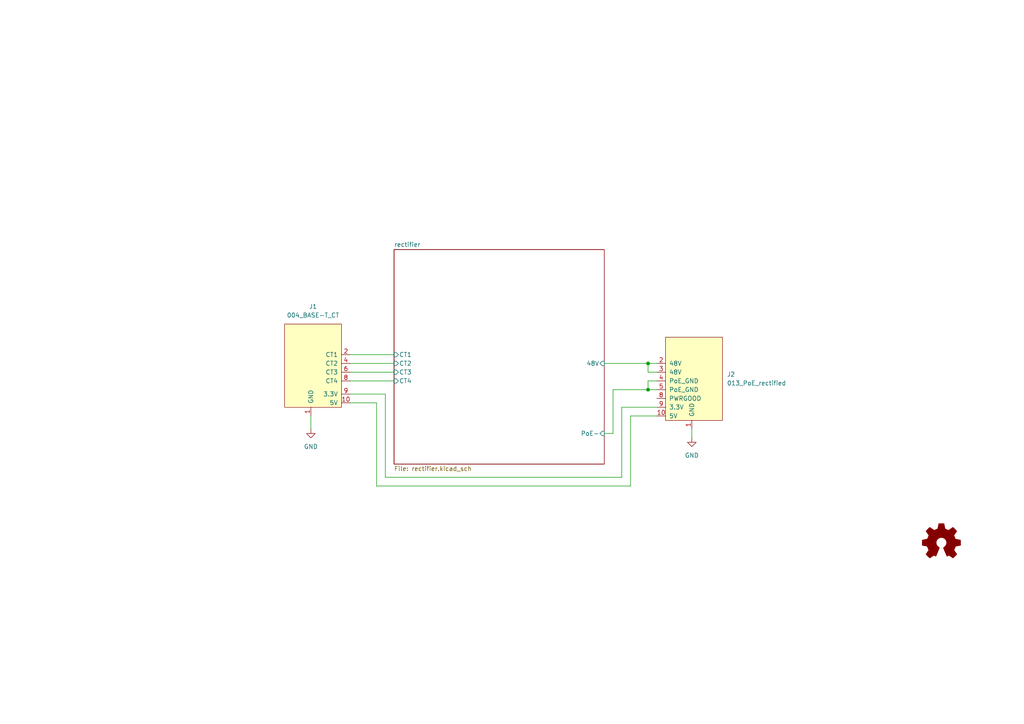
<source format=kicad_sch>
(kicad_sch (version 20230121) (generator eeschema)

  (uuid 57732dd3-1162-4c3f-88bd-31bf473d124d)

  (paper "A4")

  (lib_symbols
    (symbol "Graphic:Logo_Open_Hardware_Small" (in_bom no) (on_board no)
      (property "Reference" "#SYM" (at 0 6.985 0)
        (effects (font (size 1.27 1.27)) hide)
      )
      (property "Value" "Logo_Open_Hardware_Small" (at 0 -5.715 0)
        (effects (font (size 1.27 1.27)) hide)
      )
      (property "Footprint" "" (at 0 0 0)
        (effects (font (size 1.27 1.27)) hide)
      )
      (property "Datasheet" "~" (at 0 0 0)
        (effects (font (size 1.27 1.27)) hide)
      )
      (property "Sim.Enable" "0" (at 0 0 0)
        (effects (font (size 1.27 1.27)) hide)
      )
      (property "ki_keywords" "Logo" (at 0 0 0)
        (effects (font (size 1.27 1.27)) hide)
      )
      (property "ki_description" "Open Hardware logo, small" (at 0 0 0)
        (effects (font (size 1.27 1.27)) hide)
      )
      (symbol "Logo_Open_Hardware_Small_0_1"
        (polyline
          (pts
            (xy 3.3528 -4.3434)
            (xy 3.302 -4.318)
            (xy 3.175 -4.2418)
            (xy 2.9972 -4.1148)
            (xy 2.7686 -3.9624)
            (xy 2.54 -3.81)
            (xy 2.3622 -3.7084)
            (xy 2.2352 -3.6068)
            (xy 2.1844 -3.5814)
            (xy 2.159 -3.6068)
            (xy 2.0574 -3.6576)
            (xy 1.905 -3.7338)
            (xy 1.8034 -3.7846)
            (xy 1.6764 -3.8354)
            (xy 1.6002 -3.8354)
            (xy 1.6002 -3.8354)
            (xy 1.5494 -3.7338)
            (xy 1.4732 -3.5306)
            (xy 1.3462 -3.302)
            (xy 1.2446 -3.0226)
            (xy 1.1176 -2.7178)
            (xy 0.9652 -2.413)
            (xy 0.8636 -2.1082)
            (xy 0.7366 -1.8288)
            (xy 0.6604 -1.6256)
            (xy 0.6096 -1.4732)
            (xy 0.5842 -1.397)
            (xy 0.5842 -1.397)
            (xy 0.6604 -1.3208)
            (xy 0.7874 -1.2446)
            (xy 1.0414 -1.016)
            (xy 1.2954 -0.6858)
            (xy 1.4478 -0.3302)
            (xy 1.524 0.0762)
            (xy 1.4732 0.4572)
            (xy 1.3208 0.8128)
            (xy 1.0668 1.143)
            (xy 0.762 1.3716)
            (xy 0.4064 1.524)
            (xy 0 1.5748)
            (xy -0.381 1.5494)
            (xy -0.7366 1.397)
            (xy -1.0668 1.143)
            (xy -1.2192 0.9906)
            (xy -1.397 0.6604)
            (xy -1.524 0.3048)
            (xy -1.524 0.2286)
            (xy -1.4986 -0.1778)
            (xy -1.397 -0.5334)
            (xy -1.1938 -0.8636)
            (xy -0.9144 -1.143)
            (xy -0.8636 -1.1684)
            (xy -0.7366 -1.27)
            (xy -0.635 -1.3462)
            (xy -0.5842 -1.397)
            (xy -1.0668 -2.5908)
            (xy -1.143 -2.794)
            (xy -1.2954 -3.1242)
            (xy -1.397 -3.4036)
            (xy -1.4986 -3.6322)
            (xy -1.5748 -3.7846)
            (xy -1.6002 -3.8354)
            (xy -1.6002 -3.8354)
            (xy -1.651 -3.8354)
            (xy -1.7272 -3.81)
            (xy -1.905 -3.7338)
            (xy -2.0066 -3.683)
            (xy -2.1336 -3.6068)
            (xy -2.2098 -3.5814)
            (xy -2.2606 -3.6068)
            (xy -2.3622 -3.683)
            (xy -2.54 -3.81)
            (xy -2.7686 -3.9624)
            (xy -2.9718 -4.0894)
            (xy -3.1496 -4.2164)
            (xy -3.302 -4.318)
            (xy -3.3528 -4.3434)
            (xy -3.3782 -4.3434)
            (xy -3.429 -4.318)
            (xy -3.5306 -4.2164)
            (xy -3.7084 -4.064)
            (xy -3.937 -3.8354)
            (xy -3.9624 -3.81)
            (xy -4.1656 -3.6068)
            (xy -4.318 -3.4544)
            (xy -4.4196 -3.3274)
            (xy -4.445 -3.2766)
            (xy -4.445 -3.2766)
            (xy -4.4196 -3.2258)
            (xy -4.318 -3.0734)
            (xy -4.2164 -2.8956)
            (xy -4.064 -2.667)
            (xy -3.6576 -2.0828)
            (xy -3.8862 -1.5494)
            (xy -3.937 -1.3716)
            (xy -4.0386 -1.1684)
            (xy -4.0894 -1.0414)
            (xy -4.1148 -0.9652)
            (xy -4.191 -0.9398)
            (xy -4.318 -0.9144)
            (xy -4.5466 -0.8636)
            (xy -4.8006 -0.8128)
            (xy -5.0546 -0.7874)
            (xy -5.2578 -0.7366)
            (xy -5.4356 -0.7112)
            (xy -5.5118 -0.6858)
            (xy -5.5118 -0.6858)
            (xy -5.5372 -0.635)
            (xy -5.5372 -0.5588)
            (xy -5.5372 -0.4318)
            (xy -5.5626 -0.2286)
            (xy -5.5626 0.0762)
            (xy -5.5626 0.127)
            (xy -5.5372 0.4064)
            (xy -5.5372 0.635)
            (xy -5.5372 0.762)
            (xy -5.5372 0.8382)
            (xy -5.5372 0.8382)
            (xy -5.461 0.8382)
            (xy -5.3086 0.889)
            (xy -5.08 0.9144)
            (xy -4.826 0.9652)
            (xy -4.8006 0.9906)
            (xy -4.5466 1.0414)
            (xy -4.318 1.0668)
            (xy -4.1656 1.1176)
            (xy -4.0894 1.143)
            (xy -4.0894 1.143)
            (xy -4.0386 1.2446)
            (xy -3.9624 1.4224)
            (xy -3.8608 1.6256)
            (xy -3.7846 1.8288)
            (xy -3.7084 2.0066)
            (xy -3.6576 2.159)
            (xy -3.6322 2.2098)
            (xy -3.6322 2.2098)
            (xy -3.683 2.286)
            (xy -3.7592 2.413)
            (xy -3.8862 2.5908)
            (xy -4.064 2.8194)
            (xy -4.064 2.8448)
            (xy -4.2164 3.0734)
            (xy -4.3434 3.2512)
            (xy -4.4196 3.3782)
            (xy -4.445 3.4544)
            (xy -4.445 3.4544)
            (xy -4.3942 3.5052)
            (xy -4.2926 3.6322)
            (xy -4.1148 3.81)
            (xy -3.937 4.0132)
            (xy -3.8608 4.064)
            (xy -3.6576 4.2926)
            (xy -3.5052 4.4196)
            (xy -3.4036 4.4958)
            (xy -3.3528 4.5212)
            (xy -3.3528 4.5212)
            (xy -3.302 4.4704)
            (xy -3.1496 4.3688)
            (xy -2.9718 4.2418)
            (xy -2.7432 4.0894)
            (xy -2.7178 4.0894)
            (xy -2.4892 3.937)
            (xy -2.3114 3.81)
            (xy -2.1844 3.7084)
            (xy -2.1336 3.683)
            (xy -2.1082 3.683)
            (xy -2.032 3.7084)
            (xy -1.8542 3.7592)
            (xy -1.6764 3.8354)
            (xy -1.4732 3.937)
            (xy -1.27 4.0132)
            (xy -1.143 4.064)
            (xy -1.0668 4.1148)
            (xy -1.0668 4.1148)
            (xy -1.0414 4.191)
            (xy -1.016 4.3434)
            (xy -0.9652 4.572)
            (xy -0.9144 4.8514)
            (xy -0.889 4.9022)
            (xy -0.8382 5.1562)
            (xy -0.8128 5.3848)
            (xy -0.7874 5.5372)
            (xy -0.762 5.588)
            (xy -0.7112 5.6134)
            (xy -0.5842 5.6134)
            (xy -0.4064 5.6134)
            (xy -0.1524 5.6134)
            (xy 0.0762 5.6134)
            (xy 0.3302 5.6134)
            (xy 0.5334 5.6134)
            (xy 0.6858 5.588)
            (xy 0.7366 5.588)
            (xy 0.7366 5.588)
            (xy 0.762 5.5118)
            (xy 0.8128 5.334)
            (xy 0.8382 5.1054)
            (xy 0.9144 4.826)
            (xy 0.9144 4.7752)
            (xy 0.9652 4.5212)
            (xy 1.016 4.2926)
            (xy 1.0414 4.1402)
            (xy 1.0668 4.0894)
            (xy 1.0668 4.0894)
            (xy 1.1938 4.0386)
            (xy 1.3716 3.9624)
            (xy 1.5748 3.8608)
            (xy 2.0828 3.6576)
            (xy 2.7178 4.0894)
            (xy 2.7686 4.1402)
            (xy 2.9972 4.2926)
            (xy 3.175 4.4196)
            (xy 3.302 4.4958)
            (xy 3.3782 4.5212)
            (xy 3.3782 4.5212)
            (xy 3.429 4.4704)
            (xy 3.556 4.3434)
            (xy 3.7338 4.191)
            (xy 3.9116 3.9878)
            (xy 4.064 3.8354)
            (xy 4.2418 3.6576)
            (xy 4.3434 3.556)
            (xy 4.4196 3.4798)
            (xy 4.4196 3.429)
            (xy 4.4196 3.4036)
            (xy 4.3942 3.3274)
            (xy 4.2926 3.2004)
            (xy 4.1656 2.9972)
            (xy 4.0132 2.794)
            (xy 3.8862 2.5908)
            (xy 3.7592 2.3876)
            (xy 3.6576 2.2352)
            (xy 3.6322 2.159)
            (xy 3.6322 2.1336)
            (xy 3.683 2.0066)
            (xy 3.7592 1.8288)
            (xy 3.8608 1.6002)
            (xy 4.064 1.1176)
            (xy 4.3942 1.0414)
            (xy 4.5974 1.016)
            (xy 4.8768 0.9652)
            (xy 5.1308 0.9144)
            (xy 5.5372 0.8382)
            (xy 5.5626 -0.6604)
            (xy 5.4864 -0.6858)
            (xy 5.4356 -0.6858)
            (xy 5.2832 -0.7366)
            (xy 5.0546 -0.762)
            (xy 4.8006 -0.8128)
            (xy 4.5974 -0.8636)
            (xy 4.3688 -0.9144)
            (xy 4.2164 -0.9398)
            (xy 4.1402 -0.9398)
            (xy 4.1148 -0.9652)
            (xy 4.064 -1.0668)
            (xy 3.9878 -1.2446)
            (xy 3.9116 -1.4478)
            (xy 3.81 -1.651)
            (xy 3.7338 -1.8542)
            (xy 3.683 -2.0066)
            (xy 3.6576 -2.0828)
            (xy 3.683 -2.1336)
            (xy 3.7846 -2.2606)
            (xy 3.8862 -2.4638)
            (xy 4.0386 -2.667)
            (xy 4.191 -2.8956)
            (xy 4.318 -3.0734)
            (xy 4.3942 -3.2004)
            (xy 4.445 -3.2766)
            (xy 4.4196 -3.3274)
            (xy 4.3434 -3.429)
            (xy 4.1656 -3.5814)
            (xy 3.937 -3.8354)
            (xy 3.8862 -3.8608)
            (xy 3.683 -4.064)
            (xy 3.5306 -4.2164)
            (xy 3.4036 -4.318)
            (xy 3.3528 -4.3434)
          )
          (stroke (width 0) (type default))
          (fill (type outline))
        )
      )
    )
    (symbol "power:GND" (power) (pin_names (offset 0)) (in_bom yes) (on_board yes)
      (property "Reference" "#PWR" (at 0 -6.35 0)
        (effects (font (size 1.27 1.27)) hide)
      )
      (property "Value" "GND" (at 0 -3.81 0)
        (effects (font (size 1.27 1.27)))
      )
      (property "Footprint" "" (at 0 0 0)
        (effects (font (size 1.27 1.27)) hide)
      )
      (property "Datasheet" "" (at 0 0 0)
        (effects (font (size 1.27 1.27)) hide)
      )
      (property "ki_keywords" "global power" (at 0 0 0)
        (effects (font (size 1.27 1.27)) hide)
      )
      (property "ki_description" "Power symbol creates a global label with name \"GND\" , ground" (at 0 0 0)
        (effects (font (size 1.27 1.27)) hide)
      )
      (symbol "GND_0_1"
        (polyline
          (pts
            (xy 0 0)
            (xy 0 -1.27)
            (xy 1.27 -1.27)
            (xy 0 -2.54)
            (xy -1.27 -1.27)
            (xy 0 -1.27)
          )
          (stroke (width 0) (type default))
          (fill (type none))
        )
      )
      (symbol "GND_1_1"
        (pin power_in line (at 0 0 270) (length 0) hide
          (name "GND" (effects (font (size 1.27 1.27))))
          (number "1" (effects (font (size 1.27 1.27))))
        )
      )
    )
    (symbol "put_on_edge:004_BASE-T_CT" (pin_names (offset 1.016)) (in_bom yes) (on_board yes)
      (property "Reference" "J" (at -2.54 13.97 0)
        (effects (font (size 1.27 1.27)))
      )
      (property "Value" "004_BASE-T_CT" (at 8.89 13.97 0)
        (effects (font (size 1.27 1.27)))
      )
      (property "Footprint" "" (at 7.62 16.51 0)
        (effects (font (size 1.27 1.27)) hide)
      )
      (property "Datasheet" "" (at 7.62 16.51 0)
        (effects (font (size 1.27 1.27)) hide)
      )
      (symbol "004_BASE-T_CT_0_1"
        (rectangle (start -8.89 12.7) (end 7.62 -11.43)
          (stroke (width 0) (type default))
          (fill (type background))
        )
      )
      (symbol "004_BASE-T_CT_1_1"
        (pin power_in line (at 0 -13.97 90) (length 2.54)
          (name "GND" (effects (font (size 1.27 1.27))))
          (number "1" (effects (font (size 1.27 1.27))))
        )
        (pin power_in line (at -11.43 -10.16 0) (length 2.54)
          (name "5V" (effects (font (size 1.27 1.27))))
          (number "10" (effects (font (size 1.27 1.27))))
        )
        (pin bidirectional line (at -11.43 3.81 0) (length 2.54)
          (name "CT1" (effects (font (size 1.27 1.27))))
          (number "2" (effects (font (size 1.27 1.27))))
        )
        (pin bidirectional line (at -11.43 1.27 0) (length 2.54)
          (name "CT2" (effects (font (size 1.27 1.27))))
          (number "4" (effects (font (size 1.27 1.27))))
        )
        (pin bidirectional line (at -11.43 -1.27 0) (length 2.54)
          (name "CT3" (effects (font (size 1.27 1.27))))
          (number "6" (effects (font (size 1.27 1.27))))
        )
        (pin bidirectional line (at -11.43 -3.81 0) (length 2.54)
          (name "CT4" (effects (font (size 1.27 1.27))))
          (number "8" (effects (font (size 1.27 1.27))))
        )
        (pin power_in line (at -11.43 -7.62 0) (length 2.54)
          (name "3.3V" (effects (font (size 1.27 1.27))))
          (number "9" (effects (font (size 1.27 1.27))))
        )
      )
    )
    (symbol "put_on_edge:013_PoE_rectified" (pin_names (offset 1.016)) (in_bom yes) (on_board yes)
      (property "Reference" "J" (at -2.54 13.97 0)
        (effects (font (size 1.27 1.27)))
      )
      (property "Value" "013_PoE_rectified" (at 8.89 13.97 0)
        (effects (font (size 1.27 1.27)))
      )
      (property "Footprint" "" (at 7.62 16.51 0)
        (effects (font (size 1.27 1.27)) hide)
      )
      (property "Datasheet" "" (at 7.62 16.51 0)
        (effects (font (size 1.27 1.27)) hide)
      )
      (symbol "013_PoE_rectified_0_1"
        (rectangle (start -8.89 12.7) (end 7.62 -11.43)
          (stroke (width 0) (type default))
          (fill (type background))
        )
      )
      (symbol "013_PoE_rectified_1_1"
        (pin power_in line (at -1.27 -13.97 90) (length 2.54)
          (name "GND" (effects (font (size 1.27 1.27))))
          (number "1" (effects (font (size 1.27 1.27))))
        )
        (pin power_in line (at -11.43 -10.16 0) (length 2.54)
          (name "5V" (effects (font (size 1.27 1.27))))
          (number "10" (effects (font (size 1.27 1.27))))
        )
        (pin bidirectional line (at -11.43 5.08 0) (length 2.54)
          (name "48V" (effects (font (size 1.27 1.27))))
          (number "2" (effects (font (size 1.27 1.27))))
        )
        (pin bidirectional line (at -11.43 2.54 0) (length 2.54)
          (name "48V" (effects (font (size 1.27 1.27))))
          (number "3" (effects (font (size 1.27 1.27))))
        )
        (pin power_in line (at -11.43 0 0) (length 2.54)
          (name "PoE_GND" (effects (font (size 1.27 1.27))))
          (number "4" (effects (font (size 1.27 1.27))))
        )
        (pin power_in line (at -11.43 -2.54 0) (length 2.54)
          (name "PoE_GND" (effects (font (size 1.27 1.27))))
          (number "5" (effects (font (size 1.27 1.27))))
        )
        (pin bidirectional line (at -11.43 -5.08 0) (length 2.54)
          (name "PWRGOOD" (effects (font (size 1.27 1.27))))
          (number "8" (effects (font (size 1.27 1.27))))
        )
        (pin power_in line (at -11.43 -7.62 0) (length 2.54)
          (name "3.3V" (effects (font (size 1.27 1.27))))
          (number "9" (effects (font (size 1.27 1.27))))
        )
      )
    )
  )

  (junction (at 187.96 105.41) (diameter 0) (color 0 0 0 0)
    (uuid 1ae938a1-9014-41b8-9178-c004559dac66)
  )
  (junction (at 187.96 113.03) (diameter 0) (color 0 0 0 0)
    (uuid 4c7be189-c386-4f01-9934-8aa89f20dc87)
  )

  (wire (pts (xy 101.6 105.41) (xy 114.3 105.41))
    (stroke (width 0) (type default))
    (uuid 09f6717a-9b5c-4d1b-bfcb-af9e09c2ac3d)
  )
  (wire (pts (xy 90.17 120.65) (xy 90.17 124.46))
    (stroke (width 0) (type default))
    (uuid 0e94abb3-f622-4672-80ba-a76076e18ca6)
  )
  (wire (pts (xy 109.22 116.84) (xy 101.6 116.84))
    (stroke (width 0) (type default))
    (uuid 114f4fbf-5f2d-481c-aee5-f512eb3425c6)
  )
  (wire (pts (xy 101.6 110.49) (xy 114.3 110.49))
    (stroke (width 0) (type default))
    (uuid 18f41293-a11e-4f25-873f-bb0ba889c739)
  )
  (wire (pts (xy 190.5 110.49) (xy 187.96 110.49))
    (stroke (width 0) (type default))
    (uuid 1c48eb60-45b8-4b28-ae36-66126dc98401)
  )
  (wire (pts (xy 182.88 120.65) (xy 182.88 140.97))
    (stroke (width 0) (type default))
    (uuid 1d26d432-8d87-499d-9318-9b005e31e006)
  )
  (wire (pts (xy 182.88 140.97) (xy 109.22 140.97))
    (stroke (width 0) (type default))
    (uuid 1ed50c7e-e919-480d-8f04-ffcbdf542f62)
  )
  (wire (pts (xy 101.6 114.3) (xy 111.76 114.3))
    (stroke (width 0) (type default))
    (uuid 22b09723-3cf1-4241-af2b-1d026cd722b9)
  )
  (wire (pts (xy 109.22 140.97) (xy 109.22 116.84))
    (stroke (width 0) (type default))
    (uuid 299b9bcc-1231-4ece-a982-34ae1c5eaf92)
  )
  (wire (pts (xy 180.34 138.43) (xy 180.34 118.11))
    (stroke (width 0) (type default))
    (uuid 34579ecb-db92-44c0-8f73-1e70f3d8487c)
  )
  (wire (pts (xy 177.8 113.03) (xy 187.96 113.03))
    (stroke (width 0) (type default))
    (uuid 60ed3de1-1d60-4f0f-901f-1c91a3a88851)
  )
  (wire (pts (xy 111.76 114.3) (xy 111.76 138.43))
    (stroke (width 0) (type default))
    (uuid 6e229860-8471-4f03-ae93-79e7ccedcd67)
  )
  (wire (pts (xy 177.8 125.73) (xy 177.8 113.03))
    (stroke (width 0) (type default))
    (uuid 6e4e4901-0c9d-4a40-8bda-0eb3510766a2)
  )
  (wire (pts (xy 187.96 107.95) (xy 187.96 105.41))
    (stroke (width 0) (type default))
    (uuid 7a6d8990-e613-470f-b1b1-95fcdca6cd0b)
  )
  (wire (pts (xy 175.26 125.73) (xy 177.8 125.73))
    (stroke (width 0) (type default))
    (uuid 8950bc3c-6c50-49b6-88f0-5b652ee89ee7)
  )
  (wire (pts (xy 111.76 138.43) (xy 180.34 138.43))
    (stroke (width 0) (type default))
    (uuid 8c133357-bb60-46ef-a6c5-080a120203b4)
  )
  (wire (pts (xy 187.96 113.03) (xy 190.5 113.03))
    (stroke (width 0) (type default))
    (uuid 961e7ead-e8db-4821-941d-4831d4004174)
  )
  (wire (pts (xy 175.26 105.41) (xy 187.96 105.41))
    (stroke (width 0) (type default))
    (uuid 9af8cde6-b53a-4d7e-985e-f5151583394f)
  )
  (wire (pts (xy 101.6 102.87) (xy 114.3 102.87))
    (stroke (width 0) (type default))
    (uuid 9eadee49-004f-4991-9a2d-782f59dfbec9)
  )
  (wire (pts (xy 180.34 118.11) (xy 190.5 118.11))
    (stroke (width 0) (type default))
    (uuid b21589f0-7fc6-44c9-887f-52c413d918b8)
  )
  (wire (pts (xy 200.66 124.46) (xy 200.66 127))
    (stroke (width 0) (type default))
    (uuid b4dbf3e8-4f5d-4a40-a217-72da9797a39c)
  )
  (wire (pts (xy 187.96 105.41) (xy 190.5 105.41))
    (stroke (width 0) (type default))
    (uuid b73b009d-3c2a-456d-8137-14c9db82f274)
  )
  (wire (pts (xy 101.6 107.95) (xy 114.3 107.95))
    (stroke (width 0) (type default))
    (uuid b8d7fa4e-39f7-447f-ade5-93e6f6c6d26a)
  )
  (wire (pts (xy 187.96 110.49) (xy 187.96 113.03))
    (stroke (width 0) (type default))
    (uuid bf253ef4-c6e4-4dac-addc-d5b3c6b07d88)
  )
  (wire (pts (xy 190.5 107.95) (xy 187.96 107.95))
    (stroke (width 0) (type default))
    (uuid d542d256-7438-480a-ab56-10100c45d5f0)
  )
  (wire (pts (xy 190.5 120.65) (xy 182.88 120.65))
    (stroke (width 0) (type default))
    (uuid d6f6bddc-e706-4891-a8d8-62837c21d488)
  )

  (symbol (lib_id "put_on_edge:004_BASE-T_CT") (at 90.17 106.68 0) (mirror y) (unit 1)
    (in_bom yes) (on_board yes) (dnp no) (fields_autoplaced)
    (uuid 2a1e6d18-c0c2-40e2-8486-875a0f7aa380)
    (property "Reference" "J1" (at 90.805 88.9 0)
      (effects (font (size 1.27 1.27)))
    )
    (property "Value" "004_BASE-T_CT" (at 90.805 91.44 0)
      (effects (font (size 1.27 1.27)))
    )
    (property "Footprint" "on_edge:on_edge_2x05_device" (at 82.55 90.17 0)
      (effects (font (size 1.27 1.27)) hide)
    )
    (property "Datasheet" "" (at 82.55 90.17 0)
      (effects (font (size 1.27 1.27)) hide)
    )
    (pin "1" (uuid 8aca2805-a947-44e6-96ac-6a113ee0671b))
    (pin "10" (uuid 610ab940-e5f6-4abd-82cb-4c66b467687f))
    (pin "2" (uuid b95837fb-cb79-48bc-b790-3342bddc2080))
    (pin "4" (uuid 1b24cb30-991f-4f07-9782-32d78897993c))
    (pin "6" (uuid eb3d7ff3-40d3-4829-9511-788b14e8ceda))
    (pin "8" (uuid acbbe3a3-fd37-4aed-b18a-580ac4f9ca70))
    (pin "9" (uuid 5fb9758b-b585-4dc4-a57f-f8e547878db6))
    (instances
      (project "board"
        (path "/57732dd3-1162-4c3f-88bd-31bf473d124d"
          (reference "J1") (unit 1)
        )
      )
    )
  )

  (symbol (lib_id "power:GND") (at 90.17 124.46 0) (unit 1)
    (in_bom yes) (on_board yes) (dnp no) (fields_autoplaced)
    (uuid 2e943e4c-3252-4ad1-a735-fa97e130638d)
    (property "Reference" "#PWR0101" (at 90.17 130.81 0)
      (effects (font (size 1.27 1.27)) hide)
    )
    (property "Value" "GND" (at 90.17 129.54 0)
      (effects (font (size 1.27 1.27)))
    )
    (property "Footprint" "" (at 90.17 124.46 0)
      (effects (font (size 1.27 1.27)) hide)
    )
    (property "Datasheet" "" (at 90.17 124.46 0)
      (effects (font (size 1.27 1.27)) hide)
    )
    (pin "1" (uuid 9d595a28-b274-4744-9df4-7531ec3f1198))
    (instances
      (project "board"
        (path "/57732dd3-1162-4c3f-88bd-31bf473d124d"
          (reference "#PWR0101") (unit 1)
        )
      )
    )
  )

  (symbol (lib_id "power:GND") (at 200.66 127 0) (unit 1)
    (in_bom yes) (on_board yes) (dnp no) (fields_autoplaced)
    (uuid 8d1c5e87-55c6-47eb-b9c7-30ff69c4aa16)
    (property "Reference" "#PWR0102" (at 200.66 133.35 0)
      (effects (font (size 1.27 1.27)) hide)
    )
    (property "Value" "GND" (at 200.66 132.08 0)
      (effects (font (size 1.27 1.27)))
    )
    (property "Footprint" "" (at 200.66 127 0)
      (effects (font (size 1.27 1.27)) hide)
    )
    (property "Datasheet" "" (at 200.66 127 0)
      (effects (font (size 1.27 1.27)) hide)
    )
    (pin "1" (uuid 4b3a950a-1521-4cf2-84a0-b269400a58bd))
    (instances
      (project "board"
        (path "/57732dd3-1162-4c3f-88bd-31bf473d124d"
          (reference "#PWR0102") (unit 1)
        )
      )
    )
  )

  (symbol (lib_id "Graphic:Logo_Open_Hardware_Small") (at 273.05 157.48 0) (unit 1)
    (in_bom yes) (on_board yes) (dnp no) (fields_autoplaced)
    (uuid b72b6f4a-7489-40f2-bb90-d75ae01aa368)
    (property "Reference" "LOGO1" (at 273.05 150.495 0)
      (effects (font (size 1.27 1.27)) hide)
    )
    (property "Value" "Logo_Open_Hardware_Small" (at 273.05 163.195 0)
      (effects (font (size 1.27 1.27)) hide)
    )
    (property "Footprint" "Symbol:OSHW-Symbol_6.7x6mm_SilkScreen" (at 273.05 157.48 0)
      (effects (font (size 1.27 1.27)) hide)
    )
    (property "Datasheet" "~" (at 273.05 157.48 0)
      (effects (font (size 1.27 1.27)) hide)
    )
    (property "Sim.Enable" "0" (at 273.05 157.48 0)
      (effects (font (size 1.27 1.27)) hide)
    )
    (instances
      (project "board"
        (path "/57732dd3-1162-4c3f-88bd-31bf473d124d"
          (reference "LOGO1") (unit 1)
        )
      )
    )
  )

  (symbol (lib_id "put_on_edge:013_PoE_rectified") (at 201.93 110.49 0) (unit 1)
    (in_bom yes) (on_board yes) (dnp no) (fields_autoplaced)
    (uuid ff3484d9-b44b-4f1b-8abc-9854280ab743)
    (property "Reference" "J2" (at 210.82 108.5849 0)
      (effects (font (size 1.27 1.27)) (justify left))
    )
    (property "Value" "013_PoE_rectified" (at 210.82 111.1249 0)
      (effects (font (size 1.27 1.27)) (justify left))
    )
    (property "Footprint" "on_edge:on_edge_2x05_host" (at 209.55 93.98 0)
      (effects (font (size 1.27 1.27)) hide)
    )
    (property "Datasheet" "" (at 209.55 93.98 0)
      (effects (font (size 1.27 1.27)) hide)
    )
    (pin "1" (uuid 098abcd1-cf2a-46bc-90f7-3b061a10b7e9))
    (pin "10" (uuid 612859ec-5ff7-493c-be84-21326c3c80dc))
    (pin "2" (uuid 84600be2-8e9d-4d76-9ea5-41c4d630cd23))
    (pin "3" (uuid 7da01a0b-dc46-4438-992d-dbfcfa5db8ae))
    (pin "4" (uuid da6891a3-e8f4-4bea-8c9a-dabbf7f798c5))
    (pin "5" (uuid 5271cf0b-ca87-437b-b570-37dc0ab096f6))
    (pin "9" (uuid df1399bc-9037-4f06-a282-4fd56f97e157))
    (pin "8" (uuid a07e9f6c-d3aa-4d1c-9212-d48ebd5dc268))
    (instances
      (project "board"
        (path "/57732dd3-1162-4c3f-88bd-31bf473d124d"
          (reference "J2") (unit 1)
        )
      )
    )
  )

  (sheet (at 114.3 72.39) (size 60.96 62.23) (fields_autoplaced)
    (stroke (width 0.1524) (type solid))
    (fill (color 0 0 0 0.0000))
    (uuid 767ce4c6-0e55-4543-92f0-34cb8237a544)
    (property "Sheetname" "rectifier" (at 114.3 71.6784 0)
      (effects (font (size 1.27 1.27)) (justify left bottom))
    )
    (property "Sheetfile" "rectifier.kicad_sch" (at 114.3 135.2046 0)
      (effects (font (size 1.27 1.27)) (justify left top))
    )
    (pin "PoE-" input (at 175.26 125.73 0)
      (effects (font (size 1.27 1.27)) (justify right))
      (uuid 216e0f57-b343-460e-809e-d631ddbcfbab)
    )
    (pin "48V" input (at 175.26 105.41 0)
      (effects (font (size 1.27 1.27)) (justify right))
      (uuid 3955f423-73cd-4655-81a8-0d9278ef5901)
    )
    (pin "CT1" input (at 114.3 102.87 180)
      (effects (font (size 1.27 1.27)) (justify left))
      (uuid 89b4e540-28fb-4ec8-9a04-471a819417e6)
    )
    (pin "CT2" input (at 114.3 105.41 180)
      (effects (font (size 1.27 1.27)) (justify left))
      (uuid 400c5ef6-793c-4159-b729-c49f03cf1854)
    )
    (pin "CT3" input (at 114.3 107.95 180)
      (effects (font (size 1.27 1.27)) (justify left))
      (uuid 94aaa198-054d-4508-b460-775b4cb578c3)
    )
    (pin "CT4" input (at 114.3 110.49 180)
      (effects (font (size 1.27 1.27)) (justify left))
      (uuid 032fc375-a293-41ed-ba21-091508c6331c)
    )
    (instances
      (project "board"
        (path "/57732dd3-1162-4c3f-88bd-31bf473d124d" (page "2"))
      )
    )
  )

  (sheet_instances
    (path "/" (page "1"))
  )
)

</source>
